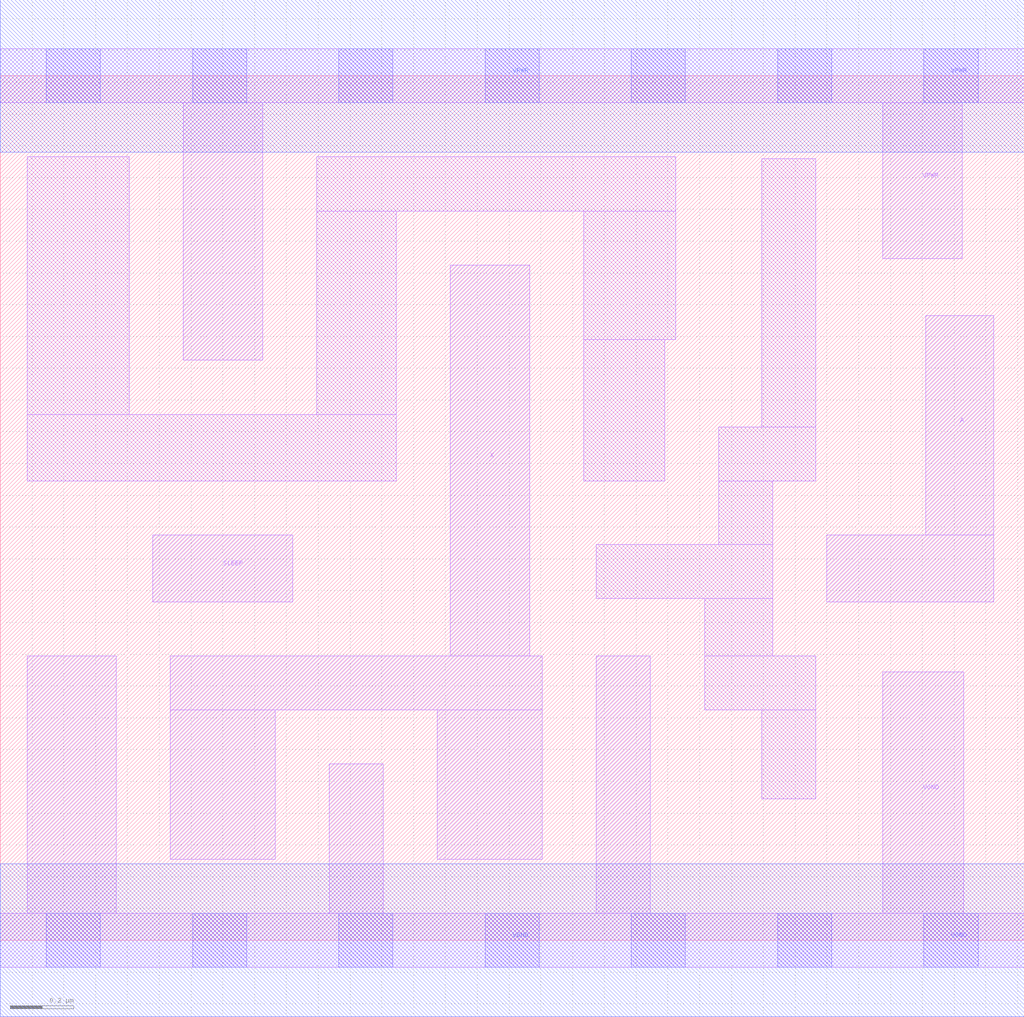
<source format=lef>
# Copyright 2020 The SkyWater PDK Authors
#
# Licensed under the Apache License, Version 2.0 (the "License");
# you may not use this file except in compliance with the License.
# You may obtain a copy of the License at
#
#     https://www.apache.org/licenses/LICENSE-2.0
#
# Unless required by applicable law or agreed to in writing, software
# distributed under the License is distributed on an "AS IS" BASIS,
# WITHOUT WARRANTIES OR CONDITIONS OF ANY KIND, either express or implied.
# See the License for the specific language governing permissions and
# limitations under the License.
#
# SPDX-License-Identifier: Apache-2.0

VERSION 5.7 ;
  NAMESCASESENSITIVE ON ;
  NOWIREEXTENSIONATPIN ON ;
  DIVIDERCHAR "/" ;
  BUSBITCHARS "[]" ;
UNITS
  DATABASE MICRONS 200 ;
END UNITS
MACRO sky130_fd_sc_hd__lpflow_isobufsrc_2
  CLASS CORE ;
  SOURCE USER ;
  FOREIGN sky130_fd_sc_hd__lpflow_isobufsrc_2 ;
  ORIGIN  0.000000  0.000000 ;
  SIZE  3.220000 BY  2.720000 ;
  SYMMETRY X Y R90 ;
  SITE unithd ;
  PIN A
    ANTENNAGATEAREA  0.126000 ;
    DIRECTION INPUT ;
    USE SIGNAL ;
    PORT
      LAYER li1 ;
        RECT 2.600000 1.065000 3.125000 1.275000 ;
        RECT 2.910000 1.275000 3.125000 1.965000 ;
    END
  END A
  PIN SLEEP
    ANTENNAGATEAREA  0.495000 ;
    DIRECTION INPUT ;
    USE SIGNAL ;
    PORT
      LAYER li1 ;
        RECT 0.480000 1.065000 0.920000 1.275000 ;
    END
  END SLEEP
  PIN X
    ANTENNADIFFAREA  0.621000 ;
    DIRECTION OUTPUT ;
    USE SIGNAL ;
    PORT
      LAYER li1 ;
        RECT 0.535000 0.255000 0.865000 0.725000 ;
        RECT 0.535000 0.725000 1.705000 0.895000 ;
        RECT 1.375000 0.255000 1.705000 0.725000 ;
        RECT 1.415000 0.895000 1.665000 2.125000 ;
    END
  END X
  PIN VGND
    DIRECTION INOUT ;
    SHAPE ABUTMENT ;
    USE GROUND ;
    PORT
      LAYER li1 ;
        RECT 0.000000 -0.085000 3.220000 0.085000 ;
        RECT 0.085000  0.085000 0.365000 0.895000 ;
        RECT 1.035000  0.085000 1.205000 0.555000 ;
        RECT 1.875000  0.085000 2.045000 0.895000 ;
        RECT 2.775000  0.085000 3.030000 0.845000 ;
      LAYER mcon ;
        RECT 0.145000 -0.085000 0.315000 0.085000 ;
        RECT 0.605000 -0.085000 0.775000 0.085000 ;
        RECT 1.065000 -0.085000 1.235000 0.085000 ;
        RECT 1.525000 -0.085000 1.695000 0.085000 ;
        RECT 1.985000 -0.085000 2.155000 0.085000 ;
        RECT 2.445000 -0.085000 2.615000 0.085000 ;
        RECT 2.905000 -0.085000 3.075000 0.085000 ;
      LAYER met1 ;
        RECT 0.000000 -0.240000 3.220000 0.240000 ;
    END
  END VGND
  PIN VPWR
    DIRECTION INOUT ;
    SHAPE ABUTMENT ;
    USE POWER ;
    PORT
      LAYER li1 ;
        RECT 0.000000 2.635000 3.220000 2.805000 ;
        RECT 0.575000 1.825000 0.825000 2.635000 ;
        RECT 2.775000 2.145000 3.025000 2.635000 ;
      LAYER mcon ;
        RECT 0.145000 2.635000 0.315000 2.805000 ;
        RECT 0.605000 2.635000 0.775000 2.805000 ;
        RECT 1.065000 2.635000 1.235000 2.805000 ;
        RECT 1.525000 2.635000 1.695000 2.805000 ;
        RECT 1.985000 2.635000 2.155000 2.805000 ;
        RECT 2.445000 2.635000 2.615000 2.805000 ;
        RECT 2.905000 2.635000 3.075000 2.805000 ;
      LAYER met1 ;
        RECT 0.000000 2.480000 3.220000 2.960000 ;
    END
  END VPWR
  OBS
    LAYER li1 ;
      RECT 0.085000 1.445000 1.245000 1.655000 ;
      RECT 0.085000 1.655000 0.405000 2.465000 ;
      RECT 0.995000 1.655000 1.245000 2.295000 ;
      RECT 0.995000 2.295000 2.125000 2.465000 ;
      RECT 1.835000 1.445000 2.090000 1.890000 ;
      RECT 1.835000 1.890000 2.125000 2.295000 ;
      RECT 1.875000 1.075000 2.430000 1.245000 ;
      RECT 2.215000 0.725000 2.565000 0.895000 ;
      RECT 2.215000 0.895000 2.430000 1.075000 ;
      RECT 2.260000 1.245000 2.430000 1.445000 ;
      RECT 2.260000 1.445000 2.565000 1.615000 ;
      RECT 2.395000 0.445000 2.565000 0.725000 ;
      RECT 2.395000 1.615000 2.565000 2.460000 ;
  END
END sky130_fd_sc_hd__lpflow_isobufsrc_2

</source>
